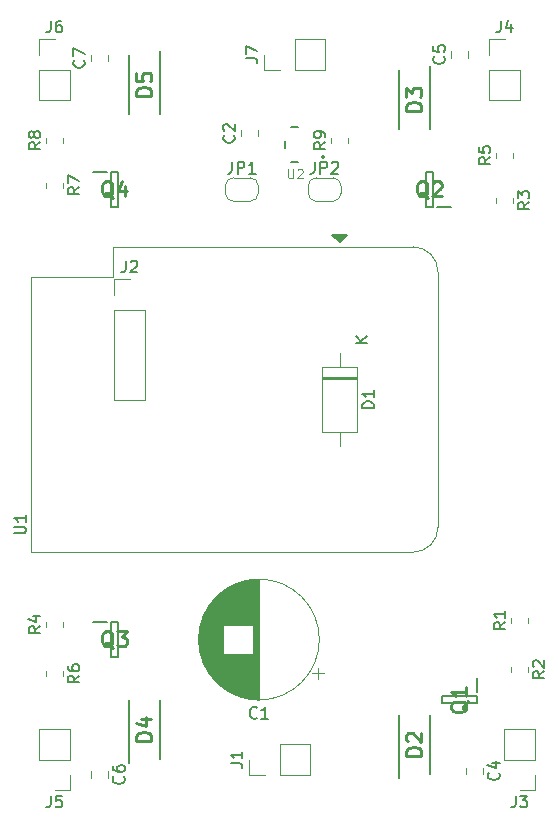
<source format=gbr>
%TF.GenerationSoftware,KiCad,Pcbnew,5.1.7-a382d34a8~88~ubuntu18.04.1*%
%TF.CreationDate,2021-04-24T17:29:33+03:00*%
%TF.ProjectId,quadimodo_pcb,71756164-696d-46f6-946f-5f7063622e6b,rev?*%
%TF.SameCoordinates,Original*%
%TF.FileFunction,Legend,Top*%
%TF.FilePolarity,Positive*%
%FSLAX46Y46*%
G04 Gerber Fmt 4.6, Leading zero omitted, Abs format (unit mm)*
G04 Created by KiCad (PCBNEW 5.1.7-a382d34a8~88~ubuntu18.04.1) date 2021-04-24 17:29:33*
%MOMM*%
%LPD*%
G01*
G04 APERTURE LIST*
%ADD10C,0.200000*%
%ADD11C,0.120000*%
%ADD12C,0.127000*%
%ADD13C,0.150000*%
%ADD14C,0.254000*%
%ADD15C,0.015000*%
G04 APERTURE END LIST*
D10*
%TO.C,D5*%
X38142000Y-34270000D02*
X38142000Y-28925000D01*
X35518000Y-29230000D02*
X35518000Y-34270000D01*
%TO.C,D4*%
X35518000Y-83840000D02*
X35518000Y-89185000D01*
X38142000Y-88880000D02*
X38142000Y-83840000D01*
%TO.C,D3*%
X61002000Y-35540000D02*
X61002000Y-30195000D01*
X58378000Y-30500000D02*
X58378000Y-35540000D01*
%TO.C,D2*%
X58378000Y-85110000D02*
X58378000Y-90455000D01*
X61002000Y-90150000D02*
X61002000Y-85110000D01*
D11*
%TO.C,C1*%
X51489646Y-82115000D02*
X51489646Y-81115000D01*
X51989646Y-81615000D02*
X50989646Y-81615000D01*
X41429000Y-79339000D02*
X41429000Y-78141000D01*
X41469000Y-79602000D02*
X41469000Y-77878000D01*
X41509000Y-79802000D02*
X41509000Y-77678000D01*
X41549000Y-79970000D02*
X41549000Y-77510000D01*
X41589000Y-80118000D02*
X41589000Y-77362000D01*
X41629000Y-80250000D02*
X41629000Y-77230000D01*
X41669000Y-80370000D02*
X41669000Y-77110000D01*
X41709000Y-80482000D02*
X41709000Y-76998000D01*
X41749000Y-80586000D02*
X41749000Y-76894000D01*
X41789000Y-80684000D02*
X41789000Y-76796000D01*
X41829000Y-80777000D02*
X41829000Y-76703000D01*
X41869000Y-80865000D02*
X41869000Y-76615000D01*
X41909000Y-80949000D02*
X41909000Y-76531000D01*
X41949000Y-81029000D02*
X41949000Y-76451000D01*
X41989000Y-81105000D02*
X41989000Y-76375000D01*
X42029000Y-81179000D02*
X42029000Y-76301000D01*
X42069000Y-81250000D02*
X42069000Y-76230000D01*
X42109000Y-81319000D02*
X42109000Y-76161000D01*
X42149000Y-81385000D02*
X42149000Y-76095000D01*
X42189000Y-81449000D02*
X42189000Y-76031000D01*
X42229000Y-81510000D02*
X42229000Y-75970000D01*
X42269000Y-81570000D02*
X42269000Y-75910000D01*
X42309000Y-81629000D02*
X42309000Y-75851000D01*
X42349000Y-81685000D02*
X42349000Y-75795000D01*
X42389000Y-81740000D02*
X42389000Y-75740000D01*
X42429000Y-81794000D02*
X42429000Y-75686000D01*
X42469000Y-81846000D02*
X42469000Y-75634000D01*
X42509000Y-81896000D02*
X42509000Y-75584000D01*
X42549000Y-81946000D02*
X42549000Y-75534000D01*
X42589000Y-81994000D02*
X42589000Y-75486000D01*
X42629000Y-82041000D02*
X42629000Y-75439000D01*
X42669000Y-82087000D02*
X42669000Y-75393000D01*
X42709000Y-82132000D02*
X42709000Y-75348000D01*
X42749000Y-82176000D02*
X42749000Y-75304000D01*
X42789000Y-82218000D02*
X42789000Y-75262000D01*
X42829000Y-82260000D02*
X42829000Y-75220000D01*
X42869000Y-82301000D02*
X42869000Y-75179000D01*
X42909000Y-82341000D02*
X42909000Y-75139000D01*
X42949000Y-82380000D02*
X42949000Y-75100000D01*
X42989000Y-82419000D02*
X42989000Y-75061000D01*
X43029000Y-82456000D02*
X43029000Y-75024000D01*
X43069000Y-82493000D02*
X43069000Y-74987000D01*
X43109000Y-82529000D02*
X43109000Y-74951000D01*
X43149000Y-82564000D02*
X43149000Y-74916000D01*
X43189000Y-82598000D02*
X43189000Y-74882000D01*
X43229000Y-82632000D02*
X43229000Y-74848000D01*
X43269000Y-82665000D02*
X43269000Y-74815000D01*
X43309000Y-82697000D02*
X43309000Y-74783000D01*
X43349000Y-82729000D02*
X43349000Y-74751000D01*
X43389000Y-82760000D02*
X43389000Y-74720000D01*
X43429000Y-82790000D02*
X43429000Y-74690000D01*
X43469000Y-82820000D02*
X43469000Y-74660000D01*
X43509000Y-82850000D02*
X43509000Y-74630000D01*
X43549000Y-77499000D02*
X43549000Y-74602000D01*
X43549000Y-82878000D02*
X43549000Y-79981000D01*
X43589000Y-77499000D02*
X43589000Y-74574000D01*
X43589000Y-82906000D02*
X43589000Y-79981000D01*
X43629000Y-77499000D02*
X43629000Y-74546000D01*
X43629000Y-82934000D02*
X43629000Y-79981000D01*
X43669000Y-77499000D02*
X43669000Y-74519000D01*
X43669000Y-82961000D02*
X43669000Y-79981000D01*
X43709000Y-77499000D02*
X43709000Y-74493000D01*
X43709000Y-82987000D02*
X43709000Y-79981000D01*
X43749000Y-77499000D02*
X43749000Y-74467000D01*
X43749000Y-83013000D02*
X43749000Y-79981000D01*
X43789000Y-77499000D02*
X43789000Y-74442000D01*
X43789000Y-83038000D02*
X43789000Y-79981000D01*
X43829000Y-77499000D02*
X43829000Y-74417000D01*
X43829000Y-83063000D02*
X43829000Y-79981000D01*
X43869000Y-77499000D02*
X43869000Y-74393000D01*
X43869000Y-83087000D02*
X43869000Y-79981000D01*
X43909000Y-77499000D02*
X43909000Y-74369000D01*
X43909000Y-83111000D02*
X43909000Y-79981000D01*
X43949000Y-77499000D02*
X43949000Y-74345000D01*
X43949000Y-83135000D02*
X43949000Y-79981000D01*
X43989000Y-77499000D02*
X43989000Y-74323000D01*
X43989000Y-83157000D02*
X43989000Y-79981000D01*
X44029000Y-77499000D02*
X44029000Y-74300000D01*
X44029000Y-83180000D02*
X44029000Y-79981000D01*
X44069000Y-77499000D02*
X44069000Y-74278000D01*
X44069000Y-83202000D02*
X44069000Y-79981000D01*
X44109000Y-77499000D02*
X44109000Y-74257000D01*
X44109000Y-83223000D02*
X44109000Y-79981000D01*
X44149000Y-77499000D02*
X44149000Y-74236000D01*
X44149000Y-83244000D02*
X44149000Y-79981000D01*
X44189000Y-77499000D02*
X44189000Y-74215000D01*
X44189000Y-83265000D02*
X44189000Y-79981000D01*
X44229000Y-77499000D02*
X44229000Y-74195000D01*
X44229000Y-83285000D02*
X44229000Y-79981000D01*
X44269000Y-77499000D02*
X44269000Y-74176000D01*
X44269000Y-83304000D02*
X44269000Y-79981000D01*
X44309000Y-77499000D02*
X44309000Y-74156000D01*
X44309000Y-83324000D02*
X44309000Y-79981000D01*
X44349000Y-77499000D02*
X44349000Y-74137000D01*
X44349000Y-83343000D02*
X44349000Y-79981000D01*
X44389000Y-77499000D02*
X44389000Y-74119000D01*
X44389000Y-83361000D02*
X44389000Y-79981000D01*
X44429000Y-77499000D02*
X44429000Y-74101000D01*
X44429000Y-83379000D02*
X44429000Y-79981000D01*
X44469000Y-77499000D02*
X44469000Y-74083000D01*
X44469000Y-83397000D02*
X44469000Y-79981000D01*
X44509000Y-77499000D02*
X44509000Y-74066000D01*
X44509000Y-83414000D02*
X44509000Y-79981000D01*
X44549000Y-77499000D02*
X44549000Y-74050000D01*
X44549000Y-83430000D02*
X44549000Y-79981000D01*
X44589000Y-77499000D02*
X44589000Y-74033000D01*
X44589000Y-83447000D02*
X44589000Y-79981000D01*
X44629000Y-77499000D02*
X44629000Y-74017000D01*
X44629000Y-83463000D02*
X44629000Y-79981000D01*
X44669000Y-77499000D02*
X44669000Y-74002000D01*
X44669000Y-83478000D02*
X44669000Y-79981000D01*
X44709000Y-77499000D02*
X44709000Y-73986000D01*
X44709000Y-83494000D02*
X44709000Y-79981000D01*
X44749000Y-77499000D02*
X44749000Y-73972000D01*
X44749000Y-83508000D02*
X44749000Y-79981000D01*
X44789000Y-77499000D02*
X44789000Y-73957000D01*
X44789000Y-83523000D02*
X44789000Y-79981000D01*
X44829000Y-77499000D02*
X44829000Y-73943000D01*
X44829000Y-83537000D02*
X44829000Y-79981000D01*
X44869000Y-77499000D02*
X44869000Y-73929000D01*
X44869000Y-83551000D02*
X44869000Y-79981000D01*
X44909000Y-77499000D02*
X44909000Y-73916000D01*
X44909000Y-83564000D02*
X44909000Y-79981000D01*
X44949000Y-77499000D02*
X44949000Y-73903000D01*
X44949000Y-83577000D02*
X44949000Y-79981000D01*
X44989000Y-77499000D02*
X44989000Y-73890000D01*
X44989000Y-83590000D02*
X44989000Y-79981000D01*
X45029000Y-77499000D02*
X45029000Y-73878000D01*
X45029000Y-83602000D02*
X45029000Y-79981000D01*
X45069000Y-77499000D02*
X45069000Y-73866000D01*
X45069000Y-83614000D02*
X45069000Y-79981000D01*
X45109000Y-77499000D02*
X45109000Y-73855000D01*
X45109000Y-83625000D02*
X45109000Y-79981000D01*
X45149000Y-77499000D02*
X45149000Y-73843000D01*
X45149000Y-83637000D02*
X45149000Y-79981000D01*
X45189000Y-77499000D02*
X45189000Y-73833000D01*
X45189000Y-83647000D02*
X45189000Y-79981000D01*
X45229000Y-77499000D02*
X45229000Y-73822000D01*
X45229000Y-83658000D02*
X45229000Y-79981000D01*
X45269000Y-77499000D02*
X45269000Y-73812000D01*
X45269000Y-83668000D02*
X45269000Y-79981000D01*
X45309000Y-77499000D02*
X45309000Y-73802000D01*
X45309000Y-83678000D02*
X45309000Y-79981000D01*
X45349000Y-77499000D02*
X45349000Y-73793000D01*
X45349000Y-83687000D02*
X45349000Y-79981000D01*
X45389000Y-77499000D02*
X45389000Y-73784000D01*
X45389000Y-83696000D02*
X45389000Y-79981000D01*
X45429000Y-77499000D02*
X45429000Y-73775000D01*
X45429000Y-83705000D02*
X45429000Y-79981000D01*
X45469000Y-77499000D02*
X45469000Y-73766000D01*
X45469000Y-83714000D02*
X45469000Y-79981000D01*
X45509000Y-77499000D02*
X45509000Y-73758000D01*
X45509000Y-83722000D02*
X45509000Y-79981000D01*
X45549000Y-77499000D02*
X45549000Y-73750000D01*
X45549000Y-83730000D02*
X45549000Y-79981000D01*
X45589000Y-77499000D02*
X45589000Y-73743000D01*
X45589000Y-83737000D02*
X45589000Y-79981000D01*
X45629000Y-77499000D02*
X45629000Y-73736000D01*
X45629000Y-83744000D02*
X45629000Y-79981000D01*
X45669000Y-77499000D02*
X45669000Y-73729000D01*
X45669000Y-83751000D02*
X45669000Y-79981000D01*
X45709000Y-77499000D02*
X45709000Y-73722000D01*
X45709000Y-83758000D02*
X45709000Y-79981000D01*
X45749000Y-77499000D02*
X45749000Y-73716000D01*
X45749000Y-83764000D02*
X45749000Y-79981000D01*
X45789000Y-77499000D02*
X45789000Y-73710000D01*
X45789000Y-83770000D02*
X45789000Y-79981000D01*
X45830000Y-77499000D02*
X45830000Y-73705000D01*
X45830000Y-83775000D02*
X45830000Y-79981000D01*
X45870000Y-77499000D02*
X45870000Y-73700000D01*
X45870000Y-83780000D02*
X45870000Y-79981000D01*
X45910000Y-77499000D02*
X45910000Y-73695000D01*
X45910000Y-83785000D02*
X45910000Y-79981000D01*
X45950000Y-77499000D02*
X45950000Y-73690000D01*
X45950000Y-83790000D02*
X45950000Y-79981000D01*
X45990000Y-77499000D02*
X45990000Y-73686000D01*
X45990000Y-83794000D02*
X45990000Y-79981000D01*
X46030000Y-83798000D02*
X46030000Y-73682000D01*
X46070000Y-83802000D02*
X46070000Y-73678000D01*
X46110000Y-83805000D02*
X46110000Y-73675000D01*
X46150000Y-83808000D02*
X46150000Y-73672000D01*
X46190000Y-83810000D02*
X46190000Y-73670000D01*
X46230000Y-83813000D02*
X46230000Y-73667000D01*
X46270000Y-83815000D02*
X46270000Y-73665000D01*
X46310000Y-83817000D02*
X46310000Y-73663000D01*
X46350000Y-83818000D02*
X46350000Y-73662000D01*
X46390000Y-83819000D02*
X46390000Y-73661000D01*
X46430000Y-83820000D02*
X46430000Y-73660000D01*
X46470000Y-83820000D02*
X46470000Y-73660000D01*
X46510000Y-83820000D02*
X46510000Y-73660000D01*
X51630000Y-78740000D02*
G75*
G03*
X51630000Y-78740000I-5120000J0D01*
G01*
D10*
%TO.C,Q4*%
X32440000Y-39140000D02*
X33640000Y-39140000D01*
X33990000Y-42115000D02*
X33990000Y-39165000D01*
X34590000Y-42115000D02*
X33990000Y-42115000D01*
X34590000Y-39165000D02*
X34590000Y-42115000D01*
X33990000Y-39165000D02*
X34590000Y-39165000D01*
%TO.C,Q3*%
X32440000Y-77240000D02*
X33640000Y-77240000D01*
X33990000Y-80215000D02*
X33990000Y-77265000D01*
X34590000Y-80215000D02*
X33990000Y-80215000D01*
X34590000Y-77265000D02*
X34590000Y-80215000D01*
X33990000Y-77265000D02*
X34590000Y-77265000D01*
%TO.C,Q2*%
X61260000Y-42115000D02*
X60660000Y-42115000D01*
X60660000Y-42115000D02*
X60660000Y-39165000D01*
X60660000Y-39165000D02*
X61260000Y-39165000D01*
X61260000Y-39165000D02*
X61260000Y-42115000D01*
X62810000Y-42140000D02*
X61610000Y-42140000D01*
%TO.C,Q1*%
X65000000Y-81970000D02*
X65000000Y-83170000D01*
X62025000Y-83520000D02*
X64975000Y-83520000D01*
X62025000Y-84120000D02*
X62025000Y-83520000D01*
X64975000Y-84120000D02*
X62025000Y-84120000D01*
X64975000Y-83520000D02*
X64975000Y-84120000D01*
D11*
%TO.C,JP1*%
X43670000Y-40940000D02*
X43670000Y-40340000D01*
X45770000Y-41640000D02*
X44370000Y-41640000D01*
X46470000Y-40340000D02*
X46470000Y-40940000D01*
X44370000Y-39640000D02*
X45770000Y-39640000D01*
X43670000Y-40340000D02*
G75*
G02*
X44370000Y-39640000I700000J0D01*
G01*
X44370000Y-41640000D02*
G75*
G02*
X43670000Y-40940000I0J700000D01*
G01*
X46470000Y-40940000D02*
G75*
G02*
X45770000Y-41640000I-700000J0D01*
G01*
X45770000Y-39640000D02*
G75*
G02*
X46470000Y-40340000I0J-700000D01*
G01*
%TO.C,JP2*%
X50670000Y-40940000D02*
X50670000Y-40340000D01*
X52770000Y-41640000D02*
X51370000Y-41640000D01*
X53470000Y-40340000D02*
X53470000Y-40940000D01*
X51370000Y-39640000D02*
X52770000Y-39640000D01*
X50670000Y-40340000D02*
G75*
G02*
X51370000Y-39640000I700000J0D01*
G01*
X51370000Y-41640000D02*
G75*
G02*
X50670000Y-40940000I0J700000D01*
G01*
X53470000Y-40940000D02*
G75*
G02*
X52770000Y-41640000I-700000J0D01*
G01*
X52770000Y-39640000D02*
G75*
G02*
X53470000Y-40340000I0J-700000D01*
G01*
D10*
%TO.C,U2*%
X52040000Y-37880000D02*
G75*
G03*
X52040000Y-37880000I-100000J0D01*
G01*
D12*
X49860000Y-38280000D02*
X49200000Y-38280000D01*
X48730000Y-37165000D02*
X48730000Y-36495000D01*
X49200000Y-35380000D02*
X49860000Y-35380000D01*
D11*
%TO.C,R9*%
X52605000Y-36699564D02*
X52605000Y-36245436D01*
X54075000Y-36699564D02*
X54075000Y-36245436D01*
%TO.C,J7*%
X52130000Y-30540000D02*
X52130000Y-27880000D01*
X49530000Y-30540000D02*
X52130000Y-30540000D01*
X49530000Y-27880000D02*
X52130000Y-27880000D01*
X49530000Y-30540000D02*
X49530000Y-27880000D01*
X48260000Y-30540000D02*
X46930000Y-30540000D01*
X46930000Y-30540000D02*
X46930000Y-29210000D01*
%TO.C,C7*%
X32285000Y-29791252D02*
X32285000Y-29268748D01*
X33755000Y-29791252D02*
X33755000Y-29268748D01*
%TO.C,C6*%
X33755000Y-89908748D02*
X33755000Y-90431252D01*
X32285000Y-89908748D02*
X32285000Y-90431252D01*
%TO.C,C5*%
X62765000Y-29471252D02*
X62765000Y-28948748D01*
X64235000Y-29471252D02*
X64235000Y-28948748D01*
%TO.C,C4*%
X65505000Y-89588748D02*
X65505000Y-90111252D01*
X64035000Y-89588748D02*
X64035000Y-90111252D01*
%TO.C,C2*%
X44985000Y-36141252D02*
X44985000Y-35618748D01*
X46455000Y-36141252D02*
X46455000Y-35618748D01*
%TO.C,U1*%
X34120000Y-48030000D02*
X27220000Y-48030000D01*
X34120000Y-45490000D02*
X34120000Y-48030000D01*
D13*
G36*
X53975000Y-44450000D02*
G01*
X52705000Y-44450000D01*
X53340000Y-45085000D01*
X53975000Y-44450000D01*
G37*
X53975000Y-44450000D02*
X52705000Y-44450000D01*
X53340000Y-45085000D01*
X53975000Y-44450000D01*
D11*
X61680000Y-69230000D02*
X61680000Y-47620000D01*
X27220000Y-71350000D02*
X59550000Y-71350000D01*
X34120000Y-45490000D02*
X59550000Y-45490000D01*
X27220000Y-48030000D02*
X27220000Y-71350000D01*
X61680000Y-69220000D02*
G75*
G02*
X59550000Y-71350000I-2130000J0D01*
G01*
X59550000Y-45490000D02*
G75*
G02*
X61680000Y-47620000I0J-2130000D01*
G01*
%TO.C,J6*%
X27880000Y-33080000D02*
X30540000Y-33080000D01*
X27880000Y-30480000D02*
X27880000Y-33080000D01*
X30540000Y-30480000D02*
X30540000Y-33080000D01*
X27880000Y-30480000D02*
X30540000Y-30480000D01*
X27880000Y-29210000D02*
X27880000Y-27880000D01*
X27880000Y-27880000D02*
X29210000Y-27880000D01*
%TO.C,J5*%
X30540000Y-86300000D02*
X27880000Y-86300000D01*
X30540000Y-88900000D02*
X30540000Y-86300000D01*
X27880000Y-88900000D02*
X27880000Y-86300000D01*
X30540000Y-88900000D02*
X27880000Y-88900000D01*
X30540000Y-90170000D02*
X30540000Y-91500000D01*
X30540000Y-91500000D02*
X29210000Y-91500000D01*
%TO.C,J4*%
X65980000Y-33080000D02*
X68640000Y-33080000D01*
X65980000Y-30480000D02*
X65980000Y-33080000D01*
X68640000Y-30480000D02*
X68640000Y-33080000D01*
X65980000Y-30480000D02*
X68640000Y-30480000D01*
X65980000Y-29210000D02*
X65980000Y-27880000D01*
X65980000Y-27880000D02*
X67310000Y-27880000D01*
%TO.C,J3*%
X69910000Y-86300000D02*
X67250000Y-86300000D01*
X69910000Y-88900000D02*
X69910000Y-86300000D01*
X67250000Y-88900000D02*
X67250000Y-86300000D01*
X69910000Y-88900000D02*
X67250000Y-88900000D01*
X69910000Y-90170000D02*
X69910000Y-91500000D01*
X69910000Y-91500000D02*
X68580000Y-91500000D01*
%TO.C,J2*%
X34230000Y-48200000D02*
X35560000Y-48200000D01*
X34230000Y-49530000D02*
X34230000Y-48200000D01*
X34230000Y-50800000D02*
X36890000Y-50800000D01*
X36890000Y-50800000D02*
X36890000Y-58480000D01*
X34230000Y-50800000D02*
X34230000Y-58480000D01*
X34230000Y-58480000D02*
X36890000Y-58480000D01*
%TO.C,J1*%
X45660000Y-90230000D02*
X45660000Y-88900000D01*
X46990000Y-90230000D02*
X45660000Y-90230000D01*
X48260000Y-90230000D02*
X48260000Y-87570000D01*
X48260000Y-87570000D02*
X50860000Y-87570000D01*
X48260000Y-90230000D02*
X50860000Y-90230000D01*
X50860000Y-90230000D02*
X50860000Y-87570000D01*
%TO.C,R8*%
X29945000Y-36699564D02*
X29945000Y-36245436D01*
X28475000Y-36699564D02*
X28475000Y-36245436D01*
%TO.C,R7*%
X28475000Y-40055436D02*
X28475000Y-40509564D01*
X29945000Y-40055436D02*
X29945000Y-40509564D01*
%TO.C,R6*%
X28475000Y-81410436D02*
X28475000Y-81864564D01*
X29945000Y-81410436D02*
X29945000Y-81864564D01*
%TO.C,R5*%
X68045000Y-37969564D02*
X68045000Y-37515436D01*
X66575000Y-37969564D02*
X66575000Y-37515436D01*
%TO.C,R4*%
X29945000Y-77697064D02*
X29945000Y-77242936D01*
X28475000Y-77697064D02*
X28475000Y-77242936D01*
%TO.C,R3*%
X66575000Y-41325436D02*
X66575000Y-41779564D01*
X68045000Y-41325436D02*
X68045000Y-41779564D01*
%TO.C,D1*%
X54810000Y-56480000D02*
X51870000Y-56480000D01*
X54810000Y-56720000D02*
X51870000Y-56720000D01*
X54810000Y-56600000D02*
X51870000Y-56600000D01*
X53340000Y-62360000D02*
X53340000Y-61140000D01*
X53340000Y-54480000D02*
X53340000Y-55700000D01*
X54810000Y-61140000D02*
X54810000Y-55700000D01*
X51870000Y-61140000D02*
X54810000Y-61140000D01*
X51870000Y-55700000D02*
X51870000Y-61140000D01*
X54810000Y-55700000D02*
X51870000Y-55700000D01*
%TO.C,R2*%
X67845000Y-81052936D02*
X67845000Y-81507064D01*
X69315000Y-81052936D02*
X69315000Y-81507064D01*
%TO.C,R1*%
X69315000Y-77339564D02*
X69315000Y-76885436D01*
X67845000Y-77339564D02*
X67845000Y-76885436D01*
%TO.C,D5*%
D14*
X37404523Y-32687380D02*
X36134523Y-32687380D01*
X36134523Y-32385000D01*
X36195000Y-32203571D01*
X36315952Y-32082619D01*
X36436904Y-32022142D01*
X36678809Y-31961666D01*
X36860238Y-31961666D01*
X37102142Y-32022142D01*
X37223095Y-32082619D01*
X37344047Y-32203571D01*
X37404523Y-32385000D01*
X37404523Y-32687380D01*
X36134523Y-30812619D02*
X36134523Y-31417380D01*
X36739285Y-31477857D01*
X36678809Y-31417380D01*
X36618333Y-31296428D01*
X36618333Y-30994047D01*
X36678809Y-30873095D01*
X36739285Y-30812619D01*
X36860238Y-30752142D01*
X37162619Y-30752142D01*
X37283571Y-30812619D01*
X37344047Y-30873095D01*
X37404523Y-30994047D01*
X37404523Y-31296428D01*
X37344047Y-31417380D01*
X37283571Y-31477857D01*
%TO.C,D4*%
X37404523Y-87297380D02*
X36134523Y-87297380D01*
X36134523Y-86995000D01*
X36195000Y-86813571D01*
X36315952Y-86692619D01*
X36436904Y-86632142D01*
X36678809Y-86571666D01*
X36860238Y-86571666D01*
X37102142Y-86632142D01*
X37223095Y-86692619D01*
X37344047Y-86813571D01*
X37404523Y-86995000D01*
X37404523Y-87297380D01*
X36557857Y-85483095D02*
X37404523Y-85483095D01*
X36074047Y-85785476D02*
X36981190Y-86087857D01*
X36981190Y-85301666D01*
%TO.C,D3*%
X60264523Y-33957380D02*
X58994523Y-33957380D01*
X58994523Y-33655000D01*
X59055000Y-33473571D01*
X59175952Y-33352619D01*
X59296904Y-33292142D01*
X59538809Y-33231666D01*
X59720238Y-33231666D01*
X59962142Y-33292142D01*
X60083095Y-33352619D01*
X60204047Y-33473571D01*
X60264523Y-33655000D01*
X60264523Y-33957380D01*
X58994523Y-32808333D02*
X58994523Y-32022142D01*
X59478333Y-32445476D01*
X59478333Y-32264047D01*
X59538809Y-32143095D01*
X59599285Y-32082619D01*
X59720238Y-32022142D01*
X60022619Y-32022142D01*
X60143571Y-32082619D01*
X60204047Y-32143095D01*
X60264523Y-32264047D01*
X60264523Y-32626904D01*
X60204047Y-32747857D01*
X60143571Y-32808333D01*
%TO.C,D2*%
X60264523Y-88567380D02*
X58994523Y-88567380D01*
X58994523Y-88265000D01*
X59055000Y-88083571D01*
X59175952Y-87962619D01*
X59296904Y-87902142D01*
X59538809Y-87841666D01*
X59720238Y-87841666D01*
X59962142Y-87902142D01*
X60083095Y-87962619D01*
X60204047Y-88083571D01*
X60264523Y-88265000D01*
X60264523Y-88567380D01*
X59115476Y-87357857D02*
X59055000Y-87297380D01*
X58994523Y-87176428D01*
X58994523Y-86874047D01*
X59055000Y-86753095D01*
X59115476Y-86692619D01*
X59236428Y-86632142D01*
X59357380Y-86632142D01*
X59538809Y-86692619D01*
X60264523Y-87418333D01*
X60264523Y-86632142D01*
%TO.C,C1*%
D13*
X46343333Y-85347142D02*
X46295714Y-85394761D01*
X46152857Y-85442380D01*
X46057619Y-85442380D01*
X45914761Y-85394761D01*
X45819523Y-85299523D01*
X45771904Y-85204285D01*
X45724285Y-85013809D01*
X45724285Y-84870952D01*
X45771904Y-84680476D01*
X45819523Y-84585238D01*
X45914761Y-84490000D01*
X46057619Y-84442380D01*
X46152857Y-84442380D01*
X46295714Y-84490000D01*
X46343333Y-84537619D01*
X47295714Y-85442380D02*
X46724285Y-85442380D01*
X47010000Y-85442380D02*
X47010000Y-84442380D01*
X46914761Y-84585238D01*
X46819523Y-84680476D01*
X46724285Y-84728095D01*
%TO.C,Q4*%
D14*
X34169047Y-41335476D02*
X34048095Y-41275000D01*
X33927142Y-41154047D01*
X33745714Y-40972619D01*
X33624761Y-40912142D01*
X33503809Y-40912142D01*
X33564285Y-41214523D02*
X33443333Y-41154047D01*
X33322380Y-41033095D01*
X33261904Y-40791190D01*
X33261904Y-40367857D01*
X33322380Y-40125952D01*
X33443333Y-40005000D01*
X33564285Y-39944523D01*
X33806190Y-39944523D01*
X33927142Y-40005000D01*
X34048095Y-40125952D01*
X34108571Y-40367857D01*
X34108571Y-40791190D01*
X34048095Y-41033095D01*
X33927142Y-41154047D01*
X33806190Y-41214523D01*
X33564285Y-41214523D01*
X35197142Y-40367857D02*
X35197142Y-41214523D01*
X34894761Y-39884047D02*
X34592380Y-40791190D01*
X35378571Y-40791190D01*
%TO.C,Q3*%
X34169047Y-79435476D02*
X34048095Y-79375000D01*
X33927142Y-79254047D01*
X33745714Y-79072619D01*
X33624761Y-79012142D01*
X33503809Y-79012142D01*
X33564285Y-79314523D02*
X33443333Y-79254047D01*
X33322380Y-79133095D01*
X33261904Y-78891190D01*
X33261904Y-78467857D01*
X33322380Y-78225952D01*
X33443333Y-78105000D01*
X33564285Y-78044523D01*
X33806190Y-78044523D01*
X33927142Y-78105000D01*
X34048095Y-78225952D01*
X34108571Y-78467857D01*
X34108571Y-78891190D01*
X34048095Y-79133095D01*
X33927142Y-79254047D01*
X33806190Y-79314523D01*
X33564285Y-79314523D01*
X34531904Y-78044523D02*
X35318095Y-78044523D01*
X34894761Y-78528333D01*
X35076190Y-78528333D01*
X35197142Y-78588809D01*
X35257619Y-78649285D01*
X35318095Y-78770238D01*
X35318095Y-79072619D01*
X35257619Y-79193571D01*
X35197142Y-79254047D01*
X35076190Y-79314523D01*
X34713333Y-79314523D01*
X34592380Y-79254047D01*
X34531904Y-79193571D01*
%TO.C,Q2*%
X60839047Y-41335476D02*
X60718095Y-41275000D01*
X60597142Y-41154047D01*
X60415714Y-40972619D01*
X60294761Y-40912142D01*
X60173809Y-40912142D01*
X60234285Y-41214523D02*
X60113333Y-41154047D01*
X59992380Y-41033095D01*
X59931904Y-40791190D01*
X59931904Y-40367857D01*
X59992380Y-40125952D01*
X60113333Y-40005000D01*
X60234285Y-39944523D01*
X60476190Y-39944523D01*
X60597142Y-40005000D01*
X60718095Y-40125952D01*
X60778571Y-40367857D01*
X60778571Y-40791190D01*
X60718095Y-41033095D01*
X60597142Y-41154047D01*
X60476190Y-41214523D01*
X60234285Y-41214523D01*
X61262380Y-40065476D02*
X61322857Y-40005000D01*
X61443809Y-39944523D01*
X61746190Y-39944523D01*
X61867142Y-40005000D01*
X61927619Y-40065476D01*
X61988095Y-40186428D01*
X61988095Y-40307380D01*
X61927619Y-40488809D01*
X61201904Y-41214523D01*
X61988095Y-41214523D01*
%TO.C,Q1*%
X64195476Y-83940952D02*
X64135000Y-84061904D01*
X64014047Y-84182857D01*
X63832619Y-84364285D01*
X63772142Y-84485238D01*
X63772142Y-84606190D01*
X64074523Y-84545714D02*
X64014047Y-84666666D01*
X63893095Y-84787619D01*
X63651190Y-84848095D01*
X63227857Y-84848095D01*
X62985952Y-84787619D01*
X62865000Y-84666666D01*
X62804523Y-84545714D01*
X62804523Y-84303809D01*
X62865000Y-84182857D01*
X62985952Y-84061904D01*
X63227857Y-84001428D01*
X63651190Y-84001428D01*
X63893095Y-84061904D01*
X64014047Y-84182857D01*
X64074523Y-84303809D01*
X64074523Y-84545714D01*
X64074523Y-82791904D02*
X64074523Y-83517619D01*
X64074523Y-83154761D02*
X62804523Y-83154761D01*
X62985952Y-83275714D01*
X63106904Y-83396666D01*
X63167380Y-83517619D01*
%TO.C,JP1*%
D13*
X44236666Y-38292380D02*
X44236666Y-39006666D01*
X44189047Y-39149523D01*
X44093809Y-39244761D01*
X43950952Y-39292380D01*
X43855714Y-39292380D01*
X44712857Y-39292380D02*
X44712857Y-38292380D01*
X45093809Y-38292380D01*
X45189047Y-38340000D01*
X45236666Y-38387619D01*
X45284285Y-38482857D01*
X45284285Y-38625714D01*
X45236666Y-38720952D01*
X45189047Y-38768571D01*
X45093809Y-38816190D01*
X44712857Y-38816190D01*
X46236666Y-39292380D02*
X45665238Y-39292380D01*
X45950952Y-39292380D02*
X45950952Y-38292380D01*
X45855714Y-38435238D01*
X45760476Y-38530476D01*
X45665238Y-38578095D01*
%TO.C,JP2*%
X51236666Y-38292380D02*
X51236666Y-39006666D01*
X51189047Y-39149523D01*
X51093809Y-39244761D01*
X50950952Y-39292380D01*
X50855714Y-39292380D01*
X51712857Y-39292380D02*
X51712857Y-38292380D01*
X52093809Y-38292380D01*
X52189047Y-38340000D01*
X52236666Y-38387619D01*
X52284285Y-38482857D01*
X52284285Y-38625714D01*
X52236666Y-38720952D01*
X52189047Y-38768571D01*
X52093809Y-38816190D01*
X51712857Y-38816190D01*
X52665238Y-38387619D02*
X52712857Y-38340000D01*
X52808095Y-38292380D01*
X53046190Y-38292380D01*
X53141428Y-38340000D01*
X53189047Y-38387619D01*
X53236666Y-38482857D01*
X53236666Y-38578095D01*
X53189047Y-38720952D01*
X52617619Y-39292380D01*
X53236666Y-39292380D01*
%TO.C,U2*%
D15*
X48980476Y-38899904D02*
X48980476Y-39547523D01*
X49018571Y-39623714D01*
X49056666Y-39661809D01*
X49132857Y-39699904D01*
X49285238Y-39699904D01*
X49361428Y-39661809D01*
X49399523Y-39623714D01*
X49437619Y-39547523D01*
X49437619Y-38899904D01*
X49780476Y-38976095D02*
X49818571Y-38938000D01*
X49894761Y-38899904D01*
X50085238Y-38899904D01*
X50161428Y-38938000D01*
X50199523Y-38976095D01*
X50237619Y-39052285D01*
X50237619Y-39128476D01*
X50199523Y-39242761D01*
X49742380Y-39699904D01*
X50237619Y-39699904D01*
%TO.C,R9*%
D13*
X52142380Y-36639166D02*
X51666190Y-36972500D01*
X52142380Y-37210595D02*
X51142380Y-37210595D01*
X51142380Y-36829642D01*
X51190000Y-36734404D01*
X51237619Y-36686785D01*
X51332857Y-36639166D01*
X51475714Y-36639166D01*
X51570952Y-36686785D01*
X51618571Y-36734404D01*
X51666190Y-36829642D01*
X51666190Y-37210595D01*
X52142380Y-36162976D02*
X52142380Y-35972500D01*
X52094761Y-35877261D01*
X52047142Y-35829642D01*
X51904285Y-35734404D01*
X51713809Y-35686785D01*
X51332857Y-35686785D01*
X51237619Y-35734404D01*
X51190000Y-35782023D01*
X51142380Y-35877261D01*
X51142380Y-36067738D01*
X51190000Y-36162976D01*
X51237619Y-36210595D01*
X51332857Y-36258214D01*
X51570952Y-36258214D01*
X51666190Y-36210595D01*
X51713809Y-36162976D01*
X51761428Y-36067738D01*
X51761428Y-35877261D01*
X51713809Y-35782023D01*
X51666190Y-35734404D01*
X51570952Y-35686785D01*
%TO.C,J7*%
X45382380Y-29543333D02*
X46096666Y-29543333D01*
X46239523Y-29590952D01*
X46334761Y-29686190D01*
X46382380Y-29829047D01*
X46382380Y-29924285D01*
X45382380Y-29162380D02*
X45382380Y-28495714D01*
X46382380Y-28924285D01*
%TO.C,C7*%
X31697142Y-29696666D02*
X31744761Y-29744285D01*
X31792380Y-29887142D01*
X31792380Y-29982380D01*
X31744761Y-30125238D01*
X31649523Y-30220476D01*
X31554285Y-30268095D01*
X31363809Y-30315714D01*
X31220952Y-30315714D01*
X31030476Y-30268095D01*
X30935238Y-30220476D01*
X30840000Y-30125238D01*
X30792380Y-29982380D01*
X30792380Y-29887142D01*
X30840000Y-29744285D01*
X30887619Y-29696666D01*
X30792380Y-29363333D02*
X30792380Y-28696666D01*
X31792380Y-29125238D01*
%TO.C,C6*%
X35057142Y-90336666D02*
X35104761Y-90384285D01*
X35152380Y-90527142D01*
X35152380Y-90622380D01*
X35104761Y-90765238D01*
X35009523Y-90860476D01*
X34914285Y-90908095D01*
X34723809Y-90955714D01*
X34580952Y-90955714D01*
X34390476Y-90908095D01*
X34295238Y-90860476D01*
X34200000Y-90765238D01*
X34152380Y-90622380D01*
X34152380Y-90527142D01*
X34200000Y-90384285D01*
X34247619Y-90336666D01*
X34152380Y-89479523D02*
X34152380Y-89670000D01*
X34200000Y-89765238D01*
X34247619Y-89812857D01*
X34390476Y-89908095D01*
X34580952Y-89955714D01*
X34961904Y-89955714D01*
X35057142Y-89908095D01*
X35104761Y-89860476D01*
X35152380Y-89765238D01*
X35152380Y-89574761D01*
X35104761Y-89479523D01*
X35057142Y-89431904D01*
X34961904Y-89384285D01*
X34723809Y-89384285D01*
X34628571Y-89431904D01*
X34580952Y-89479523D01*
X34533333Y-89574761D01*
X34533333Y-89765238D01*
X34580952Y-89860476D01*
X34628571Y-89908095D01*
X34723809Y-89955714D01*
%TO.C,C5*%
X62177142Y-29376666D02*
X62224761Y-29424285D01*
X62272380Y-29567142D01*
X62272380Y-29662380D01*
X62224761Y-29805238D01*
X62129523Y-29900476D01*
X62034285Y-29948095D01*
X61843809Y-29995714D01*
X61700952Y-29995714D01*
X61510476Y-29948095D01*
X61415238Y-29900476D01*
X61320000Y-29805238D01*
X61272380Y-29662380D01*
X61272380Y-29567142D01*
X61320000Y-29424285D01*
X61367619Y-29376666D01*
X61272380Y-28471904D02*
X61272380Y-28948095D01*
X61748571Y-28995714D01*
X61700952Y-28948095D01*
X61653333Y-28852857D01*
X61653333Y-28614761D01*
X61700952Y-28519523D01*
X61748571Y-28471904D01*
X61843809Y-28424285D01*
X62081904Y-28424285D01*
X62177142Y-28471904D01*
X62224761Y-28519523D01*
X62272380Y-28614761D01*
X62272380Y-28852857D01*
X62224761Y-28948095D01*
X62177142Y-28995714D01*
%TO.C,C4*%
X66807142Y-90016666D02*
X66854761Y-90064285D01*
X66902380Y-90207142D01*
X66902380Y-90302380D01*
X66854761Y-90445238D01*
X66759523Y-90540476D01*
X66664285Y-90588095D01*
X66473809Y-90635714D01*
X66330952Y-90635714D01*
X66140476Y-90588095D01*
X66045238Y-90540476D01*
X65950000Y-90445238D01*
X65902380Y-90302380D01*
X65902380Y-90207142D01*
X65950000Y-90064285D01*
X65997619Y-90016666D01*
X66235714Y-89159523D02*
X66902380Y-89159523D01*
X65854761Y-89397619D02*
X66569047Y-89635714D01*
X66569047Y-89016666D01*
%TO.C,C2*%
X44397142Y-36046666D02*
X44444761Y-36094285D01*
X44492380Y-36237142D01*
X44492380Y-36332380D01*
X44444761Y-36475238D01*
X44349523Y-36570476D01*
X44254285Y-36618095D01*
X44063809Y-36665714D01*
X43920952Y-36665714D01*
X43730476Y-36618095D01*
X43635238Y-36570476D01*
X43540000Y-36475238D01*
X43492380Y-36332380D01*
X43492380Y-36237142D01*
X43540000Y-36094285D01*
X43587619Y-36046666D01*
X43587619Y-35665714D02*
X43540000Y-35618095D01*
X43492380Y-35522857D01*
X43492380Y-35284761D01*
X43540000Y-35189523D01*
X43587619Y-35141904D01*
X43682857Y-35094285D01*
X43778095Y-35094285D01*
X43920952Y-35141904D01*
X44492380Y-35713333D01*
X44492380Y-35094285D01*
%TO.C,U1*%
X25792380Y-69751904D02*
X26601904Y-69751904D01*
X26697142Y-69704285D01*
X26744761Y-69656666D01*
X26792380Y-69561428D01*
X26792380Y-69370952D01*
X26744761Y-69275714D01*
X26697142Y-69228095D01*
X26601904Y-69180476D01*
X25792380Y-69180476D01*
X26792380Y-68180476D02*
X26792380Y-68751904D01*
X26792380Y-68466190D02*
X25792380Y-68466190D01*
X25935238Y-68561428D01*
X26030476Y-68656666D01*
X26078095Y-68751904D01*
%TO.C,J6*%
X28876666Y-26332380D02*
X28876666Y-27046666D01*
X28829047Y-27189523D01*
X28733809Y-27284761D01*
X28590952Y-27332380D01*
X28495714Y-27332380D01*
X29781428Y-26332380D02*
X29590952Y-26332380D01*
X29495714Y-26380000D01*
X29448095Y-26427619D01*
X29352857Y-26570476D01*
X29305238Y-26760952D01*
X29305238Y-27141904D01*
X29352857Y-27237142D01*
X29400476Y-27284761D01*
X29495714Y-27332380D01*
X29686190Y-27332380D01*
X29781428Y-27284761D01*
X29829047Y-27237142D01*
X29876666Y-27141904D01*
X29876666Y-26903809D01*
X29829047Y-26808571D01*
X29781428Y-26760952D01*
X29686190Y-26713333D01*
X29495714Y-26713333D01*
X29400476Y-26760952D01*
X29352857Y-26808571D01*
X29305238Y-26903809D01*
%TO.C,J5*%
X28876666Y-91952380D02*
X28876666Y-92666666D01*
X28829047Y-92809523D01*
X28733809Y-92904761D01*
X28590952Y-92952380D01*
X28495714Y-92952380D01*
X29829047Y-91952380D02*
X29352857Y-91952380D01*
X29305238Y-92428571D01*
X29352857Y-92380952D01*
X29448095Y-92333333D01*
X29686190Y-92333333D01*
X29781428Y-92380952D01*
X29829047Y-92428571D01*
X29876666Y-92523809D01*
X29876666Y-92761904D01*
X29829047Y-92857142D01*
X29781428Y-92904761D01*
X29686190Y-92952380D01*
X29448095Y-92952380D01*
X29352857Y-92904761D01*
X29305238Y-92857142D01*
%TO.C,J4*%
X66976666Y-26332380D02*
X66976666Y-27046666D01*
X66929047Y-27189523D01*
X66833809Y-27284761D01*
X66690952Y-27332380D01*
X66595714Y-27332380D01*
X67881428Y-26665714D02*
X67881428Y-27332380D01*
X67643333Y-26284761D02*
X67405238Y-26999047D01*
X68024285Y-26999047D01*
%TO.C,J3*%
X68246666Y-91952380D02*
X68246666Y-92666666D01*
X68199047Y-92809523D01*
X68103809Y-92904761D01*
X67960952Y-92952380D01*
X67865714Y-92952380D01*
X68627619Y-91952380D02*
X69246666Y-91952380D01*
X68913333Y-92333333D01*
X69056190Y-92333333D01*
X69151428Y-92380952D01*
X69199047Y-92428571D01*
X69246666Y-92523809D01*
X69246666Y-92761904D01*
X69199047Y-92857142D01*
X69151428Y-92904761D01*
X69056190Y-92952380D01*
X68770476Y-92952380D01*
X68675238Y-92904761D01*
X68627619Y-92857142D01*
%TO.C,J2*%
X35226666Y-46652380D02*
X35226666Y-47366666D01*
X35179047Y-47509523D01*
X35083809Y-47604761D01*
X34940952Y-47652380D01*
X34845714Y-47652380D01*
X35655238Y-46747619D02*
X35702857Y-46700000D01*
X35798095Y-46652380D01*
X36036190Y-46652380D01*
X36131428Y-46700000D01*
X36179047Y-46747619D01*
X36226666Y-46842857D01*
X36226666Y-46938095D01*
X36179047Y-47080952D01*
X35607619Y-47652380D01*
X36226666Y-47652380D01*
%TO.C,J1*%
X44112380Y-89233333D02*
X44826666Y-89233333D01*
X44969523Y-89280952D01*
X45064761Y-89376190D01*
X45112380Y-89519047D01*
X45112380Y-89614285D01*
X45112380Y-88233333D02*
X45112380Y-88804761D01*
X45112380Y-88519047D02*
X44112380Y-88519047D01*
X44255238Y-88614285D01*
X44350476Y-88709523D01*
X44398095Y-88804761D01*
%TO.C,R8*%
X28012380Y-36639166D02*
X27536190Y-36972500D01*
X28012380Y-37210595D02*
X27012380Y-37210595D01*
X27012380Y-36829642D01*
X27060000Y-36734404D01*
X27107619Y-36686785D01*
X27202857Y-36639166D01*
X27345714Y-36639166D01*
X27440952Y-36686785D01*
X27488571Y-36734404D01*
X27536190Y-36829642D01*
X27536190Y-37210595D01*
X27440952Y-36067738D02*
X27393333Y-36162976D01*
X27345714Y-36210595D01*
X27250476Y-36258214D01*
X27202857Y-36258214D01*
X27107619Y-36210595D01*
X27060000Y-36162976D01*
X27012380Y-36067738D01*
X27012380Y-35877261D01*
X27060000Y-35782023D01*
X27107619Y-35734404D01*
X27202857Y-35686785D01*
X27250476Y-35686785D01*
X27345714Y-35734404D01*
X27393333Y-35782023D01*
X27440952Y-35877261D01*
X27440952Y-36067738D01*
X27488571Y-36162976D01*
X27536190Y-36210595D01*
X27631428Y-36258214D01*
X27821904Y-36258214D01*
X27917142Y-36210595D01*
X27964761Y-36162976D01*
X28012380Y-36067738D01*
X28012380Y-35877261D01*
X27964761Y-35782023D01*
X27917142Y-35734404D01*
X27821904Y-35686785D01*
X27631428Y-35686785D01*
X27536190Y-35734404D01*
X27488571Y-35782023D01*
X27440952Y-35877261D01*
%TO.C,R7*%
X31312380Y-40449166D02*
X30836190Y-40782500D01*
X31312380Y-41020595D02*
X30312380Y-41020595D01*
X30312380Y-40639642D01*
X30360000Y-40544404D01*
X30407619Y-40496785D01*
X30502857Y-40449166D01*
X30645714Y-40449166D01*
X30740952Y-40496785D01*
X30788571Y-40544404D01*
X30836190Y-40639642D01*
X30836190Y-41020595D01*
X30312380Y-40115833D02*
X30312380Y-39449166D01*
X31312380Y-39877738D01*
%TO.C,R6*%
X31312380Y-81804166D02*
X30836190Y-82137500D01*
X31312380Y-82375595D02*
X30312380Y-82375595D01*
X30312380Y-81994642D01*
X30360000Y-81899404D01*
X30407619Y-81851785D01*
X30502857Y-81804166D01*
X30645714Y-81804166D01*
X30740952Y-81851785D01*
X30788571Y-81899404D01*
X30836190Y-81994642D01*
X30836190Y-82375595D01*
X30312380Y-80947023D02*
X30312380Y-81137500D01*
X30360000Y-81232738D01*
X30407619Y-81280357D01*
X30550476Y-81375595D01*
X30740952Y-81423214D01*
X31121904Y-81423214D01*
X31217142Y-81375595D01*
X31264761Y-81327976D01*
X31312380Y-81232738D01*
X31312380Y-81042261D01*
X31264761Y-80947023D01*
X31217142Y-80899404D01*
X31121904Y-80851785D01*
X30883809Y-80851785D01*
X30788571Y-80899404D01*
X30740952Y-80947023D01*
X30693333Y-81042261D01*
X30693333Y-81232738D01*
X30740952Y-81327976D01*
X30788571Y-81375595D01*
X30883809Y-81423214D01*
%TO.C,R5*%
X66112380Y-37909166D02*
X65636190Y-38242500D01*
X66112380Y-38480595D02*
X65112380Y-38480595D01*
X65112380Y-38099642D01*
X65160000Y-38004404D01*
X65207619Y-37956785D01*
X65302857Y-37909166D01*
X65445714Y-37909166D01*
X65540952Y-37956785D01*
X65588571Y-38004404D01*
X65636190Y-38099642D01*
X65636190Y-38480595D01*
X65112380Y-37004404D02*
X65112380Y-37480595D01*
X65588571Y-37528214D01*
X65540952Y-37480595D01*
X65493333Y-37385357D01*
X65493333Y-37147261D01*
X65540952Y-37052023D01*
X65588571Y-37004404D01*
X65683809Y-36956785D01*
X65921904Y-36956785D01*
X66017142Y-37004404D01*
X66064761Y-37052023D01*
X66112380Y-37147261D01*
X66112380Y-37385357D01*
X66064761Y-37480595D01*
X66017142Y-37528214D01*
%TO.C,R4*%
X28012380Y-77636666D02*
X27536190Y-77970000D01*
X28012380Y-78208095D02*
X27012380Y-78208095D01*
X27012380Y-77827142D01*
X27060000Y-77731904D01*
X27107619Y-77684285D01*
X27202857Y-77636666D01*
X27345714Y-77636666D01*
X27440952Y-77684285D01*
X27488571Y-77731904D01*
X27536190Y-77827142D01*
X27536190Y-78208095D01*
X27345714Y-76779523D02*
X28012380Y-76779523D01*
X26964761Y-77017619D02*
X27679047Y-77255714D01*
X27679047Y-76636666D01*
%TO.C,R3*%
X69412380Y-41719166D02*
X68936190Y-42052500D01*
X69412380Y-42290595D02*
X68412380Y-42290595D01*
X68412380Y-41909642D01*
X68460000Y-41814404D01*
X68507619Y-41766785D01*
X68602857Y-41719166D01*
X68745714Y-41719166D01*
X68840952Y-41766785D01*
X68888571Y-41814404D01*
X68936190Y-41909642D01*
X68936190Y-42290595D01*
X68412380Y-41385833D02*
X68412380Y-40766785D01*
X68793333Y-41100119D01*
X68793333Y-40957261D01*
X68840952Y-40862023D01*
X68888571Y-40814404D01*
X68983809Y-40766785D01*
X69221904Y-40766785D01*
X69317142Y-40814404D01*
X69364761Y-40862023D01*
X69412380Y-40957261D01*
X69412380Y-41242976D01*
X69364761Y-41338214D01*
X69317142Y-41385833D01*
%TO.C,D1*%
X56262380Y-59158095D02*
X55262380Y-59158095D01*
X55262380Y-58920000D01*
X55310000Y-58777142D01*
X55405238Y-58681904D01*
X55500476Y-58634285D01*
X55690952Y-58586666D01*
X55833809Y-58586666D01*
X56024285Y-58634285D01*
X56119523Y-58681904D01*
X56214761Y-58777142D01*
X56262380Y-58920000D01*
X56262380Y-59158095D01*
X56262380Y-57634285D02*
X56262380Y-58205714D01*
X56262380Y-57920000D02*
X55262380Y-57920000D01*
X55405238Y-58015238D01*
X55500476Y-58110476D01*
X55548095Y-58205714D01*
X55692380Y-53601904D02*
X54692380Y-53601904D01*
X55692380Y-53030476D02*
X55120952Y-53459047D01*
X54692380Y-53030476D02*
X55263809Y-53601904D01*
%TO.C,R2*%
X70682380Y-81446666D02*
X70206190Y-81780000D01*
X70682380Y-82018095D02*
X69682380Y-82018095D01*
X69682380Y-81637142D01*
X69730000Y-81541904D01*
X69777619Y-81494285D01*
X69872857Y-81446666D01*
X70015714Y-81446666D01*
X70110952Y-81494285D01*
X70158571Y-81541904D01*
X70206190Y-81637142D01*
X70206190Y-82018095D01*
X69777619Y-81065714D02*
X69730000Y-81018095D01*
X69682380Y-80922857D01*
X69682380Y-80684761D01*
X69730000Y-80589523D01*
X69777619Y-80541904D01*
X69872857Y-80494285D01*
X69968095Y-80494285D01*
X70110952Y-80541904D01*
X70682380Y-81113333D01*
X70682380Y-80494285D01*
%TO.C,R1*%
X67382380Y-77279166D02*
X66906190Y-77612500D01*
X67382380Y-77850595D02*
X66382380Y-77850595D01*
X66382380Y-77469642D01*
X66430000Y-77374404D01*
X66477619Y-77326785D01*
X66572857Y-77279166D01*
X66715714Y-77279166D01*
X66810952Y-77326785D01*
X66858571Y-77374404D01*
X66906190Y-77469642D01*
X66906190Y-77850595D01*
X67382380Y-76326785D02*
X67382380Y-76898214D01*
X67382380Y-76612500D02*
X66382380Y-76612500D01*
X66525238Y-76707738D01*
X66620476Y-76802976D01*
X66668095Y-76898214D01*
%TD*%
M02*

</source>
